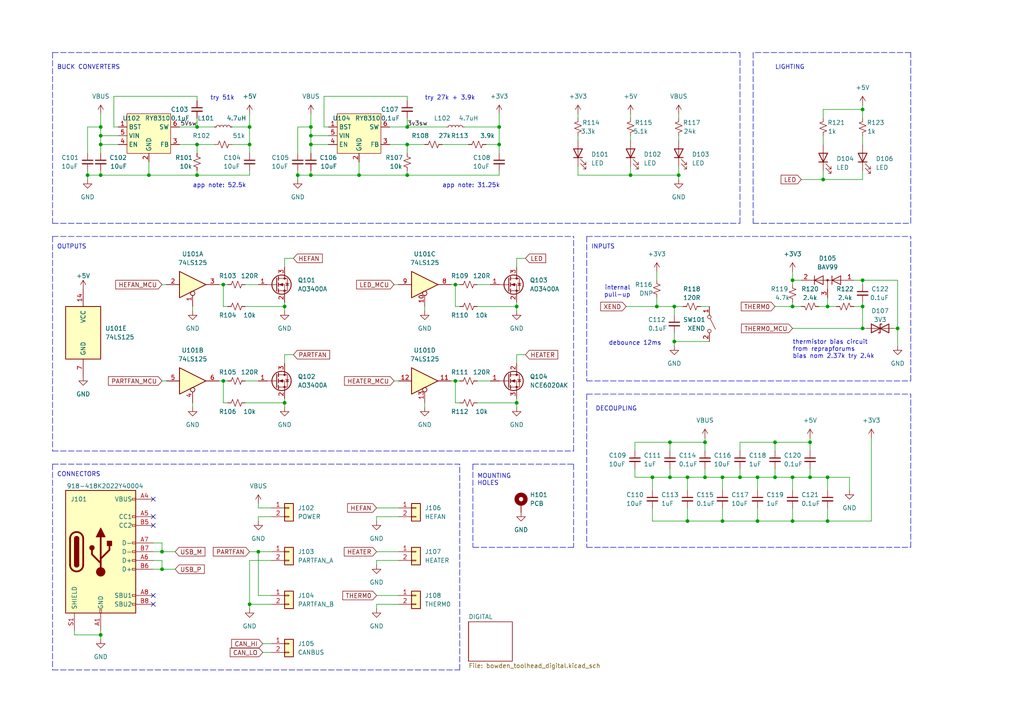
<source format=kicad_sch>
(kicad_sch (version 20211123) (generator eeschema)
  (paper "A4")
  (title_block (title "Bowden Board Analog") (date "2022-11-11") (rev "0.1") (company "matei repair lab"))
  (junction (at 82.55 116.84))
  (junction (at 72.39 36.83))
  (junction (at 29.21 50.8))
  (junction (at 240.03 151.13))
  (junction (at 104.14 50.8))
  (junction (at 29.21 36.83))
  (junction (at 224.79 138.43))
  (junction (at 250.19 31.75))
  (junction (at 182.88 50.8))
  (junction (at 260.35 95.25))
  (junction (at 118.11 36.83))
  (junction (at 144.78 36.83))
  (junction (at 72.39 41.91))
  (junction (at 229.87 81.28))
  (junction (at 144.78 41.91))
  (junction (at 29.21 184.15))
  (junction (at 118.11 50.8))
  (junction (at 90.17 39.37))
  (junction (at 190.5 88.9))
  (junction (at 46.99 160.02))
  (junction (at 204.47 138.43))
  (junction (at 229.87 151.13))
  (junction (at 250.19 88.9))
  (junction (at 195.58 99.06))
  (junction (at 195.58 88.9))
  (junction (at 149.86 88.9))
  (junction (at 194.31 128.27))
  (junction (at 46.99 165.1))
  (junction (at 72.39 175.26))
  (junction (at 194.31 138.43))
  (junction (at 57.15 36.83))
  (junction (at 238.76 52.07))
  (junction (at 229.87 88.9))
  (junction (at 90.17 41.91))
  (junction (at 229.87 138.43))
  (junction (at 250.19 81.28))
  (junction (at 149.86 116.84))
  (junction (at 29.21 39.37))
  (junction (at 240.03 88.9))
  (junction (at 25.4 50.8))
  (junction (at 199.39 151.13))
  (junction (at 224.79 128.27))
  (junction (at 240.03 138.43))
  (junction (at 29.21 41.91))
  (junction (at 132.08 110.49))
  (junction (at 86.36 50.8))
  (junction (at 57.15 41.91))
  (junction (at 132.08 82.55))
  (junction (at 196.85 50.8))
  (junction (at 219.71 138.43))
  (junction (at 234.95 138.43))
  (junction (at 204.47 128.27))
  (junction (at 74.93 160.02))
  (junction (at 199.39 138.43))
  (junction (at 57.15 50.8))
  (junction (at 219.71 151.13))
  (junction (at 64.77 110.49))
  (junction (at 209.55 138.43))
  (junction (at 189.23 138.43))
  (junction (at 43.18 50.8))
  (junction (at 118.11 41.91))
  (junction (at 82.55 88.9))
  (junction (at 234.95 128.27))
  (junction (at 64.77 82.55))
  (junction (at 214.63 138.43))
  (junction (at 250.19 95.25))
  (junction (at 209.55 151.13))
  (junction (at 90.17 36.83))
  (junction (at 90.17 50.8))
  (no_connect (at 44.45 175.26))
  (no_connect (at 44.45 172.72))
  (no_connect (at 44.45 152.4))
  (no_connect (at 44.45 149.86))
  (no_connect (at 44.45 144.78))
  (wire (pts (xy 46.99 110.49) (xy 48.26 110.49)))
  (wire (pts (xy 182.88 39.37) (xy 182.88 40.64)))
  (wire (pts (xy 238.76 31.75) (xy 238.76 34.29)))
  (wire (pts (xy 149.86 102.87) (xy 152.4 102.87)))
  (wire (pts (xy 29.21 49.53) (xy 29.21 50.8)))
  (wire (pts (xy 134.62 36.83) (xy 144.78 36.83)))
  (wire (pts (xy 219.71 138.43) (xy 219.71 142.24)))
  (wire (pts (xy 204.47 128.27) (xy 194.31 128.27)))
  (wire (pts (xy 219.71 147.32) (xy 219.71 151.13)))
  (wire (pts (xy 195.58 88.9) (xy 198.12 88.9)))
  (wire (pts (xy 132.08 82.55) (xy 132.08 88.9)))
  (polyline (pts (xy 15.24 130.81) (xy 166.37 130.81)))
  (polyline (pts (xy 166.37 130.81) (xy 166.37 68.58)))
  (wire (pts (xy 149.86 77.47) (xy 149.86 74.93)))
  (wire (pts (xy 194.31 138.43) (xy 199.39 138.43)))
  (wire (pts (xy 95.25 36.83) (xy 93.98 36.83)))
  (wire (pts (xy 195.58 96.52) (xy 195.58 99.06)))
  (wire (pts (xy 195.58 91.44) (xy 195.58 88.9)))
  (wire (pts (xy 260.35 95.25) (xy 260.35 100.33)))
  (wire (pts (xy 78.74 149.86) (xy 74.93 149.86)))
  (wire (pts (xy 43.18 46.99) (xy 43.18 50.8)))
  (wire (pts (xy 138.43 116.84) (xy 149.86 116.84)))
  (polyline (pts (xy 15.24 194.31) (xy 133.35 194.31)))
  (wire (pts (xy 250.19 49.53) (xy 250.19 52.07)))
  (wire (pts (xy 74.93 147.32) (xy 74.93 146.05)))
  (wire (pts (xy 123.19 90.17) (xy 123.19 88.9)))
  (wire (pts (xy 224.79 135.89) (xy 224.79 138.43)))
  (wire (pts (xy 90.17 39.37) (xy 90.17 41.91)))
  (wire (pts (xy 240.03 151.13) (xy 252.73 151.13)))
  (wire (pts (xy 25.4 36.83) (xy 25.4 44.45)))
  (wire (pts (xy 57.15 50.8) (xy 72.39 50.8)))
  (wire (pts (xy 130.81 110.49) (xy 132.08 110.49)))
  (wire (pts (xy 229.87 87.63) (xy 229.87 88.9)))
  (wire (pts (xy 57.15 41.91) (xy 62.23 41.91)))
  (wire (pts (xy 130.81 82.55) (xy 132.08 82.55)))
  (wire (pts (xy 86.36 50.8) (xy 86.36 52.07)))
  (wire (pts (xy 189.23 138.43) (xy 189.23 142.24)))
  (wire (pts (xy 209.55 138.43) (xy 209.55 142.24)))
  (wire (pts (xy 132.08 110.49) (xy 132.08 116.84)))
  (wire (pts (xy 29.21 36.83) (xy 29.21 39.37)))
  (wire (pts (xy 71.12 88.9) (xy 82.55 88.9)))
  (polyline (pts (xy 133.35 194.31) (xy 133.35 134.62)))
  (wire (pts (xy 82.55 87.63) (xy 82.55 88.9)))
  (wire (pts (xy 72.39 41.91) (xy 72.39 44.45)))
  (wire (pts (xy 194.31 135.89) (xy 194.31 138.43)))
  (wire (pts (xy 224.79 128.27) (xy 214.63 128.27)))
  (wire (pts (xy 251.46 95.25) (xy 250.19 95.25)))
  (wire (pts (xy 90.17 50.8) (xy 104.14 50.8)))
  (wire (pts (xy 132.08 88.9) (xy 133.35 88.9)))
  (polyline (pts (xy 170.18 114.3) (xy 170.18 158.75)))
  (wire (pts (xy 72.39 175.26) (xy 78.74 175.26)))
  (wire (pts (xy 132.08 110.49) (xy 133.35 110.49)))
  (wire (pts (xy 203.2 88.9) (xy 205.74 88.9)))
  (wire (pts (xy 57.15 34.29) (xy 57.15 36.83)))
  (wire (pts (xy 82.55 115.57) (xy 82.55 116.84)))
  (wire (pts (xy 234.95 128.27) (xy 224.79 128.27)))
  (wire (pts (xy 44.45 165.1) (xy 46.99 165.1)))
  (wire (pts (xy 128.27 41.91) (xy 135.89 41.91)))
  (wire (pts (xy 90.17 41.91) (xy 90.17 44.45)))
  (polyline (pts (xy 264.16 110.49) (xy 264.16 68.58)))
  (wire (pts (xy 194.31 128.27) (xy 194.31 130.81)))
  (wire (pts (xy 64.77 82.55) (xy 66.04 82.55)))
  (polyline (pts (xy 15.24 64.77) (xy 214.63 64.77)))
  (wire (pts (xy 72.39 33.02) (xy 72.39 36.83)))
  (wire (pts (xy 64.77 88.9) (xy 66.04 88.9)))
  (wire (pts (xy 240.03 86.36) (xy 240.03 88.9)))
  (wire (pts (xy 214.63 138.43) (xy 219.71 138.43)))
  (wire (pts (xy 195.58 99.06) (xy 205.74 99.06)))
  (wire (pts (xy 250.19 39.37) (xy 250.19 41.91)))
  (wire (pts (xy 57.15 27.94) (xy 57.15 29.21)))
  (wire (pts (xy 250.19 88.9) (xy 250.19 87.63)))
  (wire (pts (xy 82.55 77.47) (xy 82.55 74.93)))
  (polyline (pts (xy 15.24 68.58) (xy 15.24 130.81)))
  (wire (pts (xy 140.97 41.91) (xy 144.78 41.91)))
  (wire (pts (xy 189.23 147.32) (xy 189.23 151.13)))
  (wire (pts (xy 234.95 135.89) (xy 234.95 138.43)))
  (wire (pts (xy 115.57 162.56) (xy 109.22 162.56)))
  (wire (pts (xy 232.41 81.28) (xy 229.87 81.28)))
  (wire (pts (xy 64.77 116.84) (xy 66.04 116.84)))
  (wire (pts (xy 25.4 50.8) (xy 29.21 50.8)))
  (wire (pts (xy 240.03 147.32) (xy 240.03 151.13)))
  (wire (pts (xy 118.11 41.91) (xy 123.19 41.91)))
  (wire (pts (xy 234.95 127) (xy 234.95 128.27)))
  (wire (pts (xy 149.86 116.84) (xy 149.86 118.11)))
  (wire (pts (xy 29.21 39.37) (xy 29.21 41.91)))
  (wire (pts (xy 46.99 82.55) (xy 48.26 82.55)))
  (wire (pts (xy 229.87 81.28) (xy 229.87 82.55)))
  (wire (pts (xy 72.39 50.8) (xy 72.39 49.53)))
  (wire (pts (xy 250.19 88.9) (xy 250.19 95.25)))
  (wire (pts (xy 118.11 50.8) (xy 144.78 50.8)))
  (wire (pts (xy 144.78 36.83) (xy 144.78 41.91)))
  (polyline (pts (xy 15.24 68.58) (xy 166.37 68.58)))
  (wire (pts (xy 144.78 50.8) (xy 144.78 49.53)))
  (wire (pts (xy 21.59 182.88) (xy 21.59 184.15)))
  (wire (pts (xy 123.19 118.11) (xy 123.19 116.84)))
  (wire (pts (xy 57.15 36.83) (xy 62.23 36.83)))
  (wire (pts (xy 71.12 82.55) (xy 74.93 82.55)))
  (wire (pts (xy 29.21 50.8) (xy 43.18 50.8)))
  (polyline (pts (xy 15.24 134.62) (xy 133.35 134.62)))
  (polyline (pts (xy 15.24 15.24) (xy 214.63 15.24)))
  (wire (pts (xy 199.39 151.13) (xy 189.23 151.13)))
  (wire (pts (xy 29.21 184.15) (xy 29.21 185.42)))
  (wire (pts (xy 250.19 31.75) (xy 238.76 31.75)))
  (polyline (pts (xy 166.37 134.62) (xy 166.37 158.75)))
  (wire (pts (xy 29.21 36.83) (xy 25.4 36.83)))
  (wire (pts (xy 240.03 151.13) (xy 229.87 151.13)))
  (wire (pts (xy 238.76 49.53) (xy 238.76 52.07)))
  (wire (pts (xy 33.02 36.83) (xy 33.02 27.94)))
  (wire (pts (xy 167.64 48.26) (xy 167.64 50.8)))
  (polyline (pts (xy 218.44 15.24) (xy 218.44 64.77)))
  (wire (pts (xy 219.71 151.13) (xy 209.55 151.13)))
  (wire (pts (xy 109.22 172.72) (xy 115.57 172.72)))
  (wire (pts (xy 195.58 88.9) (xy 190.5 88.9)))
  (wire (pts (xy 29.21 184.15) (xy 29.21 182.88)))
  (wire (pts (xy 189.23 138.43) (xy 194.31 138.43)))
  (wire (pts (xy 184.15 128.27) (xy 184.15 130.81)))
  (wire (pts (xy 144.78 33.02) (xy 144.78 36.83)))
  (wire (pts (xy 234.95 130.81) (xy 234.95 128.27)))
  (polyline (pts (xy 170.18 68.58) (xy 264.16 68.58)))
  (wire (pts (xy 209.55 138.43) (xy 214.63 138.43)))
  (wire (pts (xy 204.47 128.27) (xy 204.47 127)))
  (wire (pts (xy 224.79 130.81) (xy 224.79 128.27)))
  (wire (pts (xy 25.4 50.8) (xy 25.4 52.07)))
  (wire (pts (xy 167.64 39.37) (xy 167.64 40.64)))
  (wire (pts (xy 93.98 27.94) (xy 118.11 27.94)))
  (wire (pts (xy 44.45 160.02) (xy 46.99 160.02)))
  (wire (pts (xy 232.41 88.9) (xy 229.87 88.9)))
  (wire (pts (xy 219.71 138.43) (xy 224.79 138.43)))
  (wire (pts (xy 199.39 147.32) (xy 199.39 151.13)))
  (wire (pts (xy 232.41 52.07) (xy 238.76 52.07)))
  (wire (pts (xy 71.12 116.84) (xy 82.55 116.84)))
  (wire (pts (xy 229.87 147.32) (xy 229.87 151.13)))
  (wire (pts (xy 64.77 110.49) (xy 66.04 110.49)))
  (wire (pts (xy 196.85 39.37) (xy 196.85 40.64)))
  (wire (pts (xy 109.22 162.56) (xy 109.22 163.83)))
  (wire (pts (xy 29.21 39.37) (xy 34.29 39.37)))
  (wire (pts (xy 195.58 99.06) (xy 195.58 100.33)))
  (polyline (pts (xy 137.16 134.62) (xy 137.16 158.75)))
  (wire (pts (xy 86.36 36.83) (xy 86.36 44.45)))
  (wire (pts (xy 184.15 135.89) (xy 184.15 138.43)))
  (wire (pts (xy 234.95 138.43) (xy 240.03 138.43)))
  (wire (pts (xy 196.85 50.8) (xy 196.85 52.07)))
  (wire (pts (xy 229.87 138.43) (xy 234.95 138.43)))
  (wire (pts (xy 194.31 128.27) (xy 184.15 128.27)))
  (wire (pts (xy 52.07 36.83) (xy 57.15 36.83)))
  (wire (pts (xy 242.57 88.9) (xy 240.03 88.9)))
  (wire (pts (xy 64.77 82.55) (xy 64.77 88.9)))
  (wire (pts (xy 78.74 160.02) (xy 74.93 160.02)))
  (wire (pts (xy 190.5 86.36) (xy 190.5 88.9)))
  (wire (pts (xy 82.55 116.84) (xy 82.55 118.11)))
  (wire (pts (xy 29.21 41.91) (xy 29.21 44.45)))
  (wire (pts (xy 46.99 160.02) (xy 50.8 160.02)))
  (wire (pts (xy 29.21 33.02) (xy 29.21 36.83)))
  (wire (pts (xy 21.59 184.15) (xy 29.21 184.15)))
  (wire (pts (xy 229.87 78.74) (xy 229.87 81.28)))
  (wire (pts (xy 114.3 110.49) (xy 115.57 110.49)))
  (wire (pts (xy 104.14 50.8) (xy 118.11 50.8)))
  (wire (pts (xy 46.99 165.1) (xy 50.8 165.1)))
  (wire (pts (xy 260.35 81.28) (xy 260.35 95.25)))
  (wire (pts (xy 250.19 88.9) (xy 247.65 88.9)))
  (wire (pts (xy 90.17 39.37) (xy 95.25 39.37)))
  (wire (pts (xy 182.88 33.02) (xy 182.88 34.29)))
  (wire (pts (xy 252.73 151.13) (xy 252.73 127)))
  (wire (pts (xy 196.85 33.02) (xy 196.85 34.29)))
  (wire (pts (xy 104.14 46.99) (xy 104.14 50.8)))
  (wire (pts (xy 82.55 102.87) (xy 82.55 105.41)))
  (polyline (pts (xy 15.24 15.24) (xy 15.24 64.77)))
  (wire (pts (xy 72.39 175.26) (xy 72.39 176.53)))
  (wire (pts (xy 250.19 30.48) (xy 250.19 31.75)))
  (polyline (pts (xy 214.63 64.77) (xy 214.63 15.24)))
  (wire (pts (xy 184.15 138.43) (xy 189.23 138.43)))
  (wire (pts (xy 238.76 52.07) (xy 250.19 52.07)))
  (wire (pts (xy 90.17 36.83) (xy 90.17 39.37)))
  (wire (pts (xy 55.88 90.17) (xy 55.88 88.9)))
  (wire (pts (xy 250.19 82.55) (xy 250.19 81.28)))
  (wire (pts (xy 74.93 172.72) (xy 78.74 172.72)))
  (wire (pts (xy 78.74 162.56) (xy 72.39 162.56)))
  (wire (pts (xy 33.02 27.94) (xy 57.15 27.94)))
  (wire (pts (xy 118.11 34.29) (xy 118.11 36.83)))
  (polyline (pts (xy 264.16 15.24) (xy 218.44 15.24)))
  (wire (pts (xy 44.45 157.48) (xy 46.99 157.48)))
  (wire (pts (xy 55.88 118.11) (xy 55.88 116.84)))
  (wire (pts (xy 229.87 138.43) (xy 229.87 142.24)))
  (wire (pts (xy 149.86 102.87) (xy 149.86 105.41)))
  (wire (pts (xy 144.78 41.91) (xy 144.78 44.45)))
  (wire (pts (xy 74.93 149.86) (xy 74.93 151.13)))
  (wire (pts (xy 44.45 162.56) (xy 46.99 162.56)))
  (wire (pts (xy 25.4 49.53) (xy 25.4 50.8)))
  (wire (pts (xy 250.19 31.75) (xy 250.19 34.29)))
  (wire (pts (xy 72.39 36.83) (xy 72.39 41.91)))
  (wire (pts (xy 260.35 95.25) (xy 259.08 95.25)))
  (polyline (pts (xy 166.37 158.75) (xy 137.16 158.75)))
  (wire (pts (xy 149.86 115.57) (xy 149.86 116.84)))
  (wire (pts (xy 57.15 50.8) (xy 57.15 49.53)))
  (wire (pts (xy 67.31 41.91) (xy 72.39 41.91)))
  (wire (pts (xy 182.88 48.26) (xy 182.88 50.8)))
  (polyline (pts (xy 15.24 134.62) (xy 15.24 194.31)))
  (wire (pts (xy 149.86 87.63) (xy 149.86 88.9)))
  (polyline (pts (xy 170.18 110.49) (xy 264.16 110.49)))
  (wire (pts (xy 29.21 41.91) (xy 34.29 41.91)))
  (wire (pts (xy 118.11 44.45) (xy 118.11 41.91)))
  (wire (pts (xy 114.3 82.55) (xy 115.57 82.55)))
  (wire (pts (xy 199.39 138.43) (xy 204.47 138.43)))
  (polyline (pts (xy 137.16 134.62) (xy 166.37 134.62)))
  (wire (pts (xy 82.55 74.93) (xy 85.09 74.93)))
  (wire (pts (xy 52.07 41.91) (xy 57.15 41.91)))
  (wire (pts (xy 250.19 81.28) (xy 247.65 81.28)))
  (wire (pts (xy 250.19 95.25) (xy 229.87 95.25)))
  (wire (pts (xy 240.03 88.9) (xy 237.49 88.9)))
  (wire (pts (xy 132.08 82.55) (xy 133.35 82.55)))
  (wire (pts (xy 109.22 147.32) (xy 115.57 147.32)))
  (wire (pts (xy 199.39 138.43) (xy 199.39 142.24)))
  (wire (pts (xy 190.5 81.28) (xy 190.5 78.74)))
  (wire (pts (xy 229.87 88.9) (xy 224.79 88.9)))
  (wire (pts (xy 167.64 33.02) (xy 167.64 34.29)))
  (wire (pts (xy 209.55 147.32) (xy 209.55 151.13)))
  (wire (pts (xy 109.22 149.86) (xy 109.22 151.13)))
  (wire (pts (xy 118.11 50.8) (xy 118.11 49.53)))
  (wire (pts (xy 167.64 50.8) (xy 182.88 50.8)))
  (wire (pts (xy 90.17 36.83) (xy 86.36 36.83)))
  (wire (pts (xy 138.43 110.49) (xy 142.24 110.49)))
  (wire (pts (xy 138.43 88.9) (xy 149.86 88.9)))
  (polyline (pts (xy 264.16 158.75) (xy 264.16 114.3)))
  (wire (pts (xy 109.22 175.26) (xy 109.22 176.53)))
  (polyline (pts (xy 170.18 114.3) (xy 264.16 114.3)))
  (wire (pts (xy 132.08 116.84) (xy 133.35 116.84)))
  (wire (pts (xy 238.76 39.37) (xy 238.76 41.91)))
  (wire (pts (xy 82.55 88.9) (xy 82.55 90.17)))
  (wire (pts (xy 46.99 162.56) (xy 46.99 165.1)))
  (wire (pts (xy 115.57 175.26) (xy 109.22 175.26)))
  (wire (pts (xy 34.29 36.83) (xy 33.02 36.83)))
  (wire (pts (xy 118.11 27.94) (xy 118.11 29.21)))
  (wire (pts (xy 90.17 33.02) (xy 90.17 36.83)))
  (wire (pts (xy 229.87 151.13) (xy 219.71 151.13)))
  (wire (pts (xy 204.47 130.81) (xy 204.47 128.27)))
  (wire (pts (xy 240.03 138.43) (xy 240.03 142.24)))
  (wire (pts (xy 57.15 44.45) (xy 57.15 41.91)))
  (wire (pts (xy 93.98 36.83) (xy 93.98 27.94)))
  (wire (pts (xy 149.86 74.93) (xy 152.4 74.93)))
  (wire (pts (xy 196.85 48.26) (xy 196.85 50.8)))
  (wire (pts (xy 149.86 88.9) (xy 149.86 90.17)))
  (wire (pts (xy 63.5 110.49) (xy 64.77 110.49)))
  (wire (pts (xy 240.03 138.43) (xy 246.38 138.43)))
  (wire (pts (xy 86.36 50.8) (xy 90.17 50.8)))
  (wire (pts (xy 43.18 50.8) (xy 57.15 50.8)))
  (wire (pts (xy 72.39 162.56) (xy 72.39 175.26)))
  (wire (pts (xy 181.61 88.9) (xy 190.5 88.9)))
  (polyline (pts (xy 218.44 64.77) (xy 264.16 64.77)))
  (wire (pts (xy 72.39 160.02) (xy 74.93 160.02)))
  (wire (pts (xy 204.47 138.43) (xy 209.55 138.43)))
  (wire (pts (xy 115.57 149.86) (xy 109.22 149.86)))
  (wire (pts (xy 182.88 50.8) (xy 196.85 50.8)))
  (wire (pts (xy 64.77 110.49) (xy 64.77 116.84)))
  (wire (pts (xy 209.55 151.13) (xy 199.39 151.13)))
  (wire (pts (xy 71.12 110.49) (xy 74.93 110.49)))
  (wire (pts (xy 67.31 36.83) (xy 72.39 36.83)))
  (wire (pts (xy 109.22 160.02) (xy 115.57 160.02)))
  (wire (pts (xy 214.63 135.89) (xy 214.63 138.43)))
  (wire (pts (xy 118.11 36.83) (xy 129.54 36.83)))
  (wire (pts (xy 138.43 82.55) (xy 142.24 82.55)))
  (polyline (pts (xy 170.18 158.75) (xy 264.16 158.75)))
  (wire (pts (xy 74.93 160.02) (xy 74.93 172.72)))
  (wire (pts (xy 246.38 138.43) (xy 246.38 142.24)))
  (wire (pts (xy 86.36 49.53) (xy 86.36 50.8)))
  (polyline (pts (xy 264.16 64.77) (xy 264.16 15.24)))
  (polyline (pts (xy 170.18 68.58) (xy 170.18 110.49)))
  (wire (pts (xy 76.2 186.69) (xy 78.74 186.69)))
  (wire (pts (xy 63.5 82.55) (xy 64.77 82.55)))
  (wire (pts (xy 113.03 41.91) (xy 118.11 41.91)))
  (wire (pts (xy 204.47 135.89) (xy 204.47 138.43)))
  (wire (pts (xy 90.17 49.53) (xy 90.17 50.8)))
  (wire (pts (xy 214.63 128.27) (xy 214.63 130.81)))
  (wire (pts (xy 224.79 138.43) (xy 229.87 138.43)))
  (wire (pts (xy 78.74 147.32) (xy 74.93 147.32)))
  (wire (pts (xy 250.19 81.28) (xy 260.35 81.28)))
  (wire (pts (xy 90.17 41.91) (xy 95.25 41.91)))
  (wire (pts (xy 113.03 36.83) (xy 118.11 36.83)))
  (wire (pts (xy 46.99 157.48) (xy 46.99 160.02)))
  (wire (pts (xy 76.2 189.23) (xy 78.74 189.23)))
  (wire (pts (xy 82.55 102.87) (xy 85.09 102.87)))
  (text "app note: 31.25k" (at 128.27 54.61 0) (effects (font (size 1.27 1.27)) (justify left bottom)))
  (text "app note: 52.5k\n" (at 55.88 54.61 0) (effects (font (size 1.27 1.27)) (justify left bottom)))
  (text "OUTPUTS\n" (at 16.51 72.39 0) (effects (font (size 1.27 1.27)) (justify left bottom)))
  (text "thermistor bias circuit\nfrom reprapforums\nbias nom 2.37k try 2.4k" (at 229.87 104.14 0) (effects (font (size 1.27 1.27)) (justify left bottom)))
  (text "try 51k" (at 60.96 29.21 0) (effects (font (size 1.27 1.27)) (justify left bottom)))
  (text "debounce 12ms" (at 176.53 100.33 0) (effects (font (size 1.27 1.27)) (justify left bottom)))
  (text "try 27k + 3.9k" (at 123.19 29.21 0) (effects (font (size 1.27 1.27)) (justify left bottom)))
  (text "internal\npull-up" (at 182.88 86.36 180) (effects (font (size 1.27 1.27)) (justify right bottom)))
  (text "CONNECTORS" (at 16.51 138.43 0) (effects (font (size 1.27 1.27)) (justify left bottom)))
  (text "INPUTS" (at 171.45 72.39 0) (effects (font (size 1.27 1.27)) (justify left bottom)))
  (text "BUCK CONVERTERS" (at 16.51 20.32 0) (effects (font (size 1.27 1.27)) (justify left bottom)))
  (text "DECOUPLING" (at 172.72 119.38 0) (effects (font (size 1.27 1.27)) (justify left bottom)))
  (text "MOUNTING\nHOLES" (at 138.43 140.97 0) (effects (font (size 1.27 1.27)) (justify left bottom)))
  (text "LIGHTING" (at 224.79 20.32 0) (effects (font (size 1.27 1.27)) (justify left bottom)))
  (label "5Vsw" (at 57.15 36.83 180))
  (label "3v3sw" (at 118.11 36.83 0))
  (global_label "USB_M" (shape input) (at 50.8 160.02 0) (property "Intersheet References" "${INTERSHEET_REFS}" (effects hide)))
  (global_label "HEATER" (shape input) (at 152.4 102.87 0) (property "Intersheet References" "${INTERSHEET_REFS}" (effects hide)))
  (global_label "HEATER_MCU" (shape input) (at 114.3 110.49 180) (property "Intersheet References" "${INTERSHEET_REFS}" (effects hide)))
  (global_label "LED_MCU" (shape input) (at 114.3 82.55 180) (property "Intersheet References" "${INTERSHEET_REFS}" (effects hide)))
  (global_label "THERM0" (shape input) (at 109.22 172.72 180) (property "Intersheet References" "${INTERSHEET_REFS}" (effects hide)))
  (global_label "HEFAN" (shape input) (at 85.09 74.93 0) (property "Intersheet References" "${INTERSHEET_REFS}" (effects hide)))
  (global_label "PARTFAN" (shape input) (at 72.39 160.02 180) (property "Intersheet References" "${INTERSHEET_REFS}" (effects hide)))
  (global_label "XEND" (shape input) (at 181.61 88.9 180) (property "Intersheet References" "${INTERSHEET_REFS}" (effects hide)))
  (global_label "CAN_HI" (shape input) (at 76.2 186.69 180) (property "Intersheet References" "${INTERSHEET_REFS}" (effects hide)))
  (global_label "PARTFAN_MCU" (shape input) (at 46.99 110.49 180) (property "Intersheet References" "${INTERSHEET_REFS}" (effects hide)))
  (global_label "LED" (shape input) (at 152.4 74.93 0) (property "Intersheet References" "${INTERSHEET_REFS}" (effects hide)))
  (global_label "THERM0_MCU" (shape input) (at 229.87 95.25 180) (property "Intersheet References" "${INTERSHEET_REFS}" (effects hide)))
  (global_label "PARTFAN" (shape input) (at 85.09 102.87 0) (property "Intersheet References" "${INTERSHEET_REFS}" (effects hide)))
  (global_label "HEATER" (shape input) (at 109.22 160.02 180) (property "Intersheet References" "${INTERSHEET_REFS}" (effects hide)))
  (global_label "CAN_LO" (shape input) (at 76.2 189.23 180) (property "Intersheet References" "${INTERSHEET_REFS}" (effects hide)))
  (global_label "THERM0" (shape input) (at 224.79 88.9 180) (property "Intersheet References" "${INTERSHEET_REFS}" (effects hide)))
  (global_label "USB_P" (shape input) (at 50.8 165.1 0) (property "Intersheet References" "${INTERSHEET_REFS}" (effects hide)))
  (global_label "HEFAN_MCU" (shape input) (at 46.99 82.55 180) (property "Intersheet References" "${INTERSHEET_REFS}" (effects hide)))
  (global_label "HEFAN" (shape input) (at 109.22 147.32 180) (property "Intersheet References" "${INTERSHEET_REFS}" (effects hide)))
  (global_label "LED" (shape input) (at 232.41 52.07 180) (property "Intersheet References" "${INTERSHEET_REFS}" (effects hide)))
  (symbol (lib_id "Device:C_Small") (at 219.71 144.78 0) (mirror y) (unit 1)
    (property "Reference" "C117" (at 212.09 143.51 0) (effects (justify right)))
    (property "Value" "10uF" (at 212.09 146.05 0) (effects (justify right)))
    (property "Footprint" "Capacitor_SMD:C_0603_1608Metric" (effects hide))
  )
  (symbol (lib_id "Device:C_Small") (at 214.63 133.35 0) (mirror y) (unit 1)
    (property "Reference" "C116" (at 207.01 132.08 0) (effects (justify right)))
    (property "Value" "10uF" (at 207.01 134.62 0) (effects (justify right)))
    (property "Footprint" "Capacitor_SMD:C_0603_1608Metric" (effects hide))
  )
  (symbol (lib_id "Device:C_Small") (at 194.31 133.35 0) (mirror y) (unit 1)
    (property "Reference" "C111" (at 186.69 132.08 0) (effects (justify right)))
    (property "Value" "1uF" (at 186.69 134.62 0) (effects (justify right)))
    (property "Footprint" "Capacitor_SMD:C_0402_1005Metric" (effects hide))
  )
  (symbol (lib_id "Device:L_Small") (at 132.08 36.83 90) (unit 1)
    (property "Reference" "L102" (at 128.27 34.29 90))
    (property "Value" "4.7uH" (at 135.89 34.29 90))
    (property "Footprint" "Inductor_SMD:L_Taiyo-Yuden_NR-30xx" (effects hide))
  )
  (symbol (lib_id "Device:LED") (at 238.76 45.72 90) (unit 1)
    (property "Reference" "D104" (at 242.57 46.0374 90) (effects (justify right)))
    (property "Value" "LED" (at 242.57 48.5774 90) (effects (justify right)))
    (property "Footprint" "LED_SMD:LED_0805_2012Metric" (effects hide))
  )
  (symbol (lib_id "Device:R_Small_US") (at 238.76 36.83 0) (mirror y) (unit 1)
    (property "Reference" "R121" (at 245.11 35.56 0) (effects (justify left)))
    (property "Value" "1k" (at 242.57 38.1 0) (effects (justify left)))
    (property "Footprint" "Resistor_SMD:R_0402_1005Metric" (effects hide))
  )
  (symbol (lib_id "power:GND") (at 82.55 90.17 0) (mirror y) (unit 1)
    (property "Reference" "#PWR0112" (effects hide))
    (property "Value" "GND" (at 82.55 95.25 0))
  )
  (symbol (lib_id "power:+3V3") (at 252.73 127 0) (mirror y) (unit 1)
    (property "Reference" "#PWR0136" (effects hide))
    (property "Value" "+3V3" (at 252.73 121.92 0))
  )
  (symbol (lib_id "Device:R_Small_US") (at 68.58 88.9 90) (unit 1)
    (property "Reference" "R104" (at 66.04 91.44 90))
    (property "Value" "10k" (at 72.39 91.44 90))
    (property "Footprint" "Resistor_SMD:R_0402_1005Metric" (effects hide))
  )
  (symbol (lib_id "power:+5V") (at 182.88 33.02 0) (unit 1)
    (property "Reference" "#PWR0126" (effects hide))
    (property "Value" "+5V" (at 182.88 27.94 0))
  )
  (symbol (lib_id "Connector_Generic:Conn_01x02") (at 83.82 160.02 0) (unit 1)
    (property "Reference" "J103" (at 86.36 160.0199 0) (effects (justify left)))
    (property "Value" "PARTFAN_A" (at 86.36 162.5599 0) (effects (justify left)))
    (property "Footprint" "Connector_JST:JST_XH_B2B-XH-AM_1x02_P2.50mm_Vertical" (effects hide))
  )
  (symbol (lib_id "power:GND") (at 72.39 176.53 0) (unit 1)
    (property "Reference" "#PWR0109" (effects hide))
    (property "Value" "GND" (at 72.39 181.61 0))
  )
  (symbol (lib_id "power:+3V3") (at 190.5 78.74 0) (mirror y) (unit 1)
    (property "Reference" "#PWR0127" (effects hide))
    (property "Value" "+3V3" (at 190.5 73.66 0))
  )
  (symbol (lib_id "Device:R_Small_US") (at 68.58 82.55 90) (unit 1)
    (property "Reference" "R103" (at 66.04 80.01 90))
    (property "Value" "120R" (at 72.39 80.01 90))
    (property "Footprint" "Resistor_SMD:R_0402_1005Metric" (effects hide))
  )
  (symbol (lib_id "power:GND") (at 109.22 176.53 0) (unit 1)
    (property "Reference" "#PWR0118" (effects hide))
    (property "Value" "GND" (at 109.22 181.61 0))
  )
  (symbol (lib_id "Device:C_Small") (at 250.19 85.09 0) (unit 1)
    (property "Reference" "C122" (at 257.81 83.82 0) (effects (justify right)))
    (property "Value" "0.1uF" (at 257.81 86.36 0) (effects (justify right)))
    (property "Footprint" "Capacitor_SMD:C_0402_1005Metric" (effects hide))
  )
  (symbol (lib_id "Device:R_Small_US") (at 68.58 110.49 90) (unit 1)
    (property "Reference" "R105" (at 66.04 107.95 90))
    (property "Value" "120R" (at 72.39 107.95 90))
    (property "Footprint" "Resistor_SMD:R_0402_1005Metric" (effects hide))
  )
  (symbol (lib_id "power:GND") (at 25.4 52.07 0) (mirror y) (unit 1)
    (property "Reference" "#PWR0103" (effects hide))
    (property "Value" "GND" (at 25.4 57.15 0))
  )
  (symbol (lib_id "Device:R_Small_US") (at 138.43 41.91 90) (unit 1)
    (property "Reference" "R113" (at 135.89 39.37 90) (effects (justify left)))
    (property "Value" "3.9k" (at 143.51 39.37 90) (effects (justify left)))
    (property "Footprint" "Resistor_SMD:R_0402_1005Metric" (effects hide))
  )
  (symbol (lib_id "power:+3V3") (at 144.78 33.02 0) (unit 1)
    (property "Reference" "#PWR0121" (effects hide))
    (property "Value" "+3V3" (at 144.78 27.94 0))
  )
  (symbol (lib_id "Device:R_Small_US") (at 135.89 88.9 90) (unit 1)
    (property "Reference" "R110" (at 133.35 91.44 90))
    (property "Value" "10k" (at 139.7 91.44 90))
    (property "Footprint" "Resistor_SMD:R_0402_1005Metric" (effects hide))
  )
  (symbol (lib_id "Device:C_Small") (at 240.03 144.78 0) (mirror y) (unit 1)
    (property "Reference" "C121" (at 232.41 143.51 0) (effects (justify right)))
    (property "Value" "0.1uF" (at 232.41 146.05 0) (effects (justify right)))
    (property "Footprint" "Capacitor_SMD:C_0402_1005Metric" (effects hide))
  )
  (symbol (lib_id "Device:R_Small_US") (at 68.58 116.84 90) (unit 1)
    (property "Reference" "R106" (at 66.04 119.38 90))
    (property "Value" "10k" (at 72.39 119.38 90))
    (property "Footprint" "Resistor_SMD:R_0402_1005Metric" (effects hide))
  )
  (symbol (lib_id "74xx:74LS125") (at 24.13 96.52 0) (unit 5)
    (property "Reference" "U101" (at 30.48 95.2499 0) (effects (justify left)))
    (property "Value" "74LS125" (at 30.48 97.7899 0) (effects (justify left)))
    (property "Footprint" "Package_SO:SOIC-14_3.9x8.7mm_P1.27mm" (effects hide))
    (property "Datasheet" "http://www.ti.com/lit/gpn/sn74LS125" (effects hide))
  )
  (symbol (lib_id "Device:R_Small_US") (at 135.89 110.49 90) (unit 1)
    (property "Reference" "R111" (at 133.35 107.95 90))
    (property "Value" "120R" (at 139.7 107.95 90))
    (property "Footprint" "Resistor_SMD:R_0402_1005Metric" (effects hide))
  )
  (symbol (lib_id "Connector_Generic:Conn_01x02") (at 120.65 172.72 0) (unit 1)
    (property "Reference" "J108" (at 123.19 172.7199 0) (effects (justify left)))
    (property "Value" "THERM0" (at 123.19 175.2599 0) (effects (justify left)))
    (property "Footprint" "Connector_JST:JST_XH_B2B-XH-AM_1x02_P2.50mm_Vertical" (effects hide))
  )
  (symbol (lib_id "power:VBUS") (at 29.21 33.02 0) (unit 1)
    (property "Reference" "#PWR0104" (effects hide))
    (property "Value" "VBUS" (at 29.21 27.94 0))
  )
  (symbol (lib_id "Device:R_Small_US") (at 57.15 46.99 0) (unit 1)
    (property "Reference" "R101" (at 50.8 45.72 0) (effects (justify left)))
    (property "Value" "10k" (at 52.07 48.26 0) (effects (justify left)))
    (property "Footprint" "Resistor_SMD:R_0402_1005Metric" (effects hide))
  )
  (symbol (lib_id "Device:LED") (at 182.88 44.45 90) (unit 1)
    (property "Reference" "D102" (at 186.69 44.7674 90) (effects (justify right)))
    (property "Value" "LED" (at 186.69 47.3074 90) (effects (justify right)))
    (property "Footprint" "LED_SMD:LED_0603_1608Metric" (effects hide))
  )
  (symbol (lib_id "power:GND") (at 109.22 151.13 0) (unit 1)
    (property "Reference" "#PWR0116" (effects hide))
    (property "Value" "GND" (at 109.22 156.21 0))
  )
  (symbol (lib_id "power:GND") (at 246.38 142.24 0) (mirror y) (unit 1)
    (property "Reference" "#PWR0134" (effects hide))
    (property "Value" "GND" (at 246.38 147.32 0))
  )
  (symbol (lib_id "power:GND") (at 149.86 118.11 0) (mirror y) (unit 1)
    (property "Reference" "#PWR0123" (effects hide))
    (property "Value" "GND" (at 149.86 123.19 0))
  )
  (symbol (lib_id "power:GND") (at 82.55 118.11 0) (mirror y) (unit 1)
    (property "Reference" "#PWR0113" (effects hide))
    (property "Value" "GND" (at 82.55 123.19 0))
  )
  (symbol (lib_id "Device:C_Small") (at 25.4 46.99 0) (mirror y) (unit 1)
    (property "Reference" "C101" (at 17.78 45.72 0) (effects (justify right)))
    (property "Value" "10uF" (at 17.78 48.26 0) (effects (justify right)))
    (property "Footprint" "Capacitor_SMD:C_0603_1608Metric" (effects hide))
  )
  (symbol (lib_id "power:VBUS") (at 90.17 33.02 0) (unit 1)
    (property "Reference" "#PWR0115" (effects hide))
    (property "Value" "VBUS" (at 90.17 27.94 0))
  )
  (symbol (lib_id "Switch:SW_SPST") (at 205.74 93.98 270) (unit 1)
    (property "Reference" "SW101" (at 198.12 92.71 90) (effects (justify left)))
    (property "Value" "XEND" (at 199.39 95.25 90) (effects (justify left)))
    (property "Footprint" "matei:D3SH-boss" (effects hide))
  )
  (symbol (lib_id "Device:R_Small_US") (at 200.66 88.9 90) (unit 1)
    (property "Reference" "R118" (at 200.66 83.82 90))
    (property "Value" "120R" (at 200.66 86.36 90))
    (property "Footprint" "Resistor_SMD:R_0402_1005Metric" (effects hide))
  )
  (symbol (lib_id "Device:R_Small_US") (at 64.77 41.91 90) (unit 1)
    (property "Reference" "R102" (at 60.96 39.37 90) (effects (justify left)))
    (property "Value" "51k" (at 71.12 39.37 90) (effects (justify left)))
    (property "Footprint" "Resistor_SMD:R_0402_1005Metric" (effects hide))
  )
  (symbol (lib_id "Device:C_Small") (at 199.39 144.78 0) (mirror y) (unit 1)
    (property "Reference" "C113" (at 191.77 143.51 0) (effects (justify right)))
    (property "Value" "1uF" (at 191.77 146.05 0) (effects (justify right)))
    (property "Footprint" "Capacitor_SMD:C_0402_1005Metric" (effects hide))
  )
  (symbol (lib_id "Device:Q_NMOS_GSD") (at 80.01 82.55 0) (unit 1)
    (property "Reference" "Q101" (at 86.36 81.2799 0) (effects (justify left)))
    (property "Value" "AO3400A" (at 86.36 83.8199 0) (effects (justify left)))
    (property "Footprint" "Package_TO_SOT_SMD:SOT-23" (effects hide))
  )
  (symbol (lib_id "power:GND") (at 55.88 90.17 0) (mirror y) (unit 1)
    (property "Reference" "#PWR0106" (effects hide))
    (property "Value" "GND" (at 55.88 95.25 0))
  )
  (symbol (lib_id "power:GND") (at 123.19 118.11 0) (mirror y) (unit 1)
    (property "Reference" "#PWR0120" (effects hide))
    (property "Value" "GND" (at 123.19 123.19 0))
  )
  (symbol (lib_id "Device:C_Small") (at 234.95 133.35 0) (mirror y) (unit 1)
    (property "Reference" "C120" (at 227.33 132.08 0) (effects (justify right)))
    (property "Value" "0.1uF" (at 227.33 134.62 0) (effects (justify right)))
    (property "Footprint" "Capacitor_SMD:C_0402_1005Metric" (effects hide))
  )
  (symbol (lib_id "power:GND") (at 195.58 100.33 0) (mirror y) (unit 1)
    (property "Reference" "#PWR0128" (effects hide))
    (property "Value" "GND" (at 195.58 105.41 0))
  )
  (symbol (lib_id "Device:Q_NMOS_GSD") (at 147.32 82.55 0) (unit 1)
    (property "Reference" "Q103" (at 153.67 81.2799 0) (effects (justify left)))
    (property "Value" "AO3400A" (at 153.67 83.8199 0) (effects (justify left)))
    (property "Footprint" "Package_TO_SOT_SMD:SOT-23" (effects hide))
  )
  (symbol (lib_id "Device:R_Small_US") (at 229.87 85.09 0) (unit 1)
    (property "Reference" "R119" (at 223.52 83.82 0) (effects (justify left)))
    (property "Value" "4.7k" (at 224.79 86.36 0) (effects (justify left)))
    (property "Footprint" "Resistor_SMD:R_0402_1005Metric" (effects hide))
  )
  (symbol (lib_id "Device:C_Small") (at 189.23 144.78 0) (mirror y) (unit 1)
    (property "Reference" "C110" (at 181.61 143.51 0) (effects (justify right)))
    (property "Value" "10uF" (at 181.61 146.05 0) (effects (justify right)))
    (property "Footprint" "Capacitor_SMD:C_0603_1608Metric" (effects hide))
  )
  (symbol (lib_id "power:+5V") (at 234.95 127 0) (unit 1)
    (property "Reference" "#PWR0133" (effects hide))
    (property "Value" "+5V" (at 234.95 121.92 0))
  )
  (symbol (lib_id "Connector_Generic:Conn_01x02") (at 83.82 186.69 0) (unit 1)
    (property "Reference" "J105" (at 86.36 186.6899 0) (effects (justify left)))
    (property "Value" "CANBUS" (at 86.36 189.2299 0) (effects (justify left)))
    (property "Footprint" "Connector_JST:JST_XH_B2B-XH-AM_1x02_P2.50mm_Vertical" (effects hide))
  )
  (symbol (lib_id "74xx:74LS125") (at 55.88 110.49 0) (unit 2)
    (property "Reference" "U101" (at 55.88 101.6 0))
    (property "Value" "74LS125" (at 55.88 104.14 0))
    (property "Footprint" "Package_SO:SOIC-14_3.9x8.7mm_P1.27mm" (effects hide))
    (property "Datasheet" "http://www.ti.com/lit/gpn/sn74LS125" (effects hide))
  )
  (symbol (lib_id "power:GND") (at 151.13 148.59 0) (unit 1)
    (property "Reference" "#PWR0124" (effects hide))
    (property "Value" "GND" (at 151.13 153.67 0))
  )
  (symbol (lib_id "Device:C_Small") (at 57.15 31.75 0) (mirror y) (unit 1)
    (property "Reference" "C103" (at 49.53 31.75 0) (effects (justify right)))
    (property "Value" "0.1uF" (at 49.53 34.29 0) (effects (justify right)))
    (property "Footprint" "Capacitor_SMD:C_0402_1005Metric" (effects hide))
  )
  (symbol (lib_id "power:VBUS") (at 204.47 127 0) (unit 1)
    (property "Reference" "#PWR0131" (effects hide))
    (property "Value" "VBUS" (at 204.47 121.92 0))
  )
  (symbol (lib_id "Device:R_Small_US") (at 190.5 83.82 0) (unit 1)
    (property "Reference" "R116" (at 184.15 82.55 0) (effects (justify left)))
    (property "Value" "DNP" (at 185.42 85.09 0) (effects (justify left)))
    (property "Footprint" "Resistor_SMD:R_0402_1005Metric" (effects hide))
  )
  (symbol (lib_id "Device:R_Small_US") (at 245.11 88.9 270) (mirror x) (unit 1)
    (property "Reference" "R122" (at 245.11 83.82 90))
    (property "Value" "2.4k" (at 245.11 86.36 90))
    (property "Footprint" "Resistor_SMD:R_0402_1005Metric" (effects hide))
  )
  (symbol (lib_id "Device:C_Small") (at 118.11 31.75 0) (mirror y) (unit 1)
    (property "Reference" "C107" (at 110.49 31.75 0) (effects (justify right)))
    (property "Value" "0.1uF" (at 110.49 34.29 0) (effects (justify right)))
    (property "Footprint" "Capacitor_SMD:C_0402_1005Metric" (effects hide))
  )
  (symbol (lib_id "Device:R_Small_US") (at 167.64 36.83 0) (mirror y) (unit 1)
    (property "Reference" "R114" (at 173.99 35.56 0) (effects (justify left)))
    (property "Value" "3.3k" (at 172.72 38.1 0) (effects (justify left)))
    (property "Footprint" "Resistor_SMD:R_0402_1005Metric" (effects hide))
  )
  (symbol (lib_id "power:VBUS") (at 196.85 33.02 0) (unit 1)
    (property "Reference" "#PWR0129" (effects hide))
    (property "Value" "VBUS" (at 196.85 27.94 0))
  )
  (symbol (lib_id "Device:C_Small") (at 184.15 133.35 0) (mirror y) (unit 1)
    (property "Reference" "C109" (at 176.53 132.08 0) (effects (justify right)))
    (property "Value" "10uF" (at 176.53 134.62 0) (effects (justify right)))
    (property "Footprint" "Capacitor_SMD:C_0603_1608Metric" (effects hide))
  )
  (symbol (lib_id "Device:R_Small_US") (at 250.19 36.83 0) (mirror y) (unit 1)
    (property "Reference" "R123" (at 256.54 35.56 0) (effects (justify left)))
    (property "Value" "1k" (at 254 38.1 0) (effects (justify left)))
    (property "Footprint" "Resistor_SMD:R_0402_1005Metric" (effects hide))
  )
  (symbol (lib_id "power:GND") (at 260.35 100.33 0) (unit 1)
    (property "Reference" "#PWR0137" (effects hide))
    (property "Value" "GND" (at 260.35 105.41 0))
  )
  (symbol (lib_id "Connector_Generic:Conn_01x02") (at 120.65 147.32 0) (unit 1)
    (property "Reference" "J106" (at 123.19 147.3199 0) (effects (justify left)))
    (property "Value" "HEFAN" (at 123.19 149.8599 0) (effects (justify left)))
    (property "Footprint" "Connector_JST:JST_XH_B2B-XH-AM_1x02_P2.50mm_Vertical" (effects hide))
  )
  (symbol (lib_id "power:GND") (at 74.93 151.13 0) (unit 1)
    (property "Reference" "#PWR0111" (effects hide))
    (property "Value" "GND" (at 74.93 156.21 0))
  )
  (symbol (lib_id "Device:Q_NMOS_GSD") (at 80.01 110.49 0) (unit 1)
    (property "Reference" "Q102" (at 86.36 109.22 0) (effects (justify left)))
    (property "Value" "AO3400A" (at 86.36 111.76 0) (effects (justify left)))
    (property "Footprint" "Package_TO_SOT_SMD:SOT-23" (effects hide))
  )
  (symbol (lib_id "Connector:USB_C_Receptacle_USB2.0") (at 29.21 160.02 0) (unit 1)
    (property "Reference" "J101" (at 22.86 144.78 0))
    (property "Value" "918-418K2022Y40004" (at 30.48 140.97 0))
    (property "Footprint" "matei:918-418K2022Y40004" (effects hide))
    (property "Datasheet" "https://www.usb.org/sites/default/files/documents/usb_type-c.zip" (effects hide))
  )
  (symbol (lib_id "power:GND") (at 55.88 118.11 0) (mirror y) (unit 1)
    (property "Reference" "#PWR0107" (effects hide))
    (property "Value" "GND" (at 55.88 123.19 0))
  )
  (symbol (lib_id "Device:Q_NMOS_GDS") (at 147.32 110.49 0) (unit 1)
    (property "Reference" "Q104" (at 153.67 109.2199 0) (effects (justify left)))
    (property "Value" "NCE6020AK" (at 153.67 111.7599 0) (effects (justify left)))
    (property "Footprint" "Package_TO_SOT_SMD:TO-252-3_TabPin2" (effects hide))
  )
  (symbol (lib_id "Device:R_Small_US") (at 234.95 88.9 270) (mirror x) (unit 1)
    (property "Reference" "R120" (at 234.95 83.82 90))
    (property "Value" "2.4k" (at 234.95 86.36 90))
    (property "Footprint" "Resistor_SMD:R_0402_1005Metric" (effects hide))
  )
  (symbol (lib_id "Device:D_TVS") (at 255.27 95.25 0) (unit 1)
    (property "Reference" "D107" (at 255.27 90.17 0))
    (property "Value" "3V3" (at 255.27 92.71 0))
    (property "Footprint" "Package_TO_SOT_SMD:SOT-23" (effects hide))
  )
  (symbol (lib_id "Device:R_Small_US") (at 125.73 41.91 90) (unit 1)
    (property "Reference" "R108" (at 124.46 39.37 90) (effects (justify left)))
    (property "Value" "27k" (at 130.81 39.37 90) (effects (justify left)))
    (property "Footprint" "Resistor_SMD:R_0402_1005Metric" (effects hide))
  )
  (symbol (lib_id "Device:LED") (at 250.19 45.72 90) (unit 1)
    (property "Reference" "D106" (at 254 46.0374 90) (effects (justify right)))
    (property "Value" "LED" (at 254 48.5774 90) (effects (justify right)))
    (property "Footprint" "LED_SMD:LED_0805_2012Metric" (effects hide))
  )
  (symbol (lib_id "power:GND") (at 123.19 90.17 0) (mirror y) (unit 1)
    (property "Reference" "#PWR0119" (effects hide))
    (property "Value" "GND" (at 123.19 95.25 0))
  )
  (symbol (lib_id "power:GND") (at 109.22 163.83 0) (unit 1)
    (property "Reference" "#PWR0117" (effects hide))
    (property "Value" "GND" (at 109.22 168.91 0))
  )
  (symbol (lib_id "power:VBUS") (at 74.93 146.05 0) (unit 1)
    (property "Reference" "#PWR0110" (effects hide))
    (property "Value" "VBUS" (at 74.93 140.97 0))
  )
  (symbol (lib_id "Device:R_Small_US") (at 182.88 36.83 0) (mirror y) (unit 1)
    (property "Reference" "R115" (at 189.23 35.56 0) (effects (justify left)))
    (property "Value" "5.1k" (at 187.96 38.1 0) (effects (justify left)))
    (property "Footprint" "Resistor_SMD:R_0402_1005Metric" (effects hide))
  )
  (symbol (lib_id "power:GND") (at 86.36 52.07 0) (mirror y) (unit 1)
    (property "Reference" "#PWR0114" (effects hide))
    (property "Value" "GND" (at 86.36 57.15 0))
  )
  (symbol (lib_id "power:+3V3") (at 229.87 78.74 0) (unit 1)
    (property "Reference" "#PWR0132" (effects hide))
    (property "Value" "+3V3" (at 229.87 73.66 0))
  )
  (symbol (lib_id "Device:LED") (at 167.64 44.45 90) (unit 1)
    (property "Reference" "D101" (at 171.45 44.7674 90) (effects (justify right)))
    (property "Value" "LED" (at 171.45 47.3074 90) (effects (justify right)))
    (property "Footprint" "LED_SMD:LED_0603_1608Metric" (effects hide))
  )
  (symbol (lib_id "Diode:BAV99") (at 240.03 81.28 0) (mirror y) (unit 1)
    (property "Reference" "D105" (at 240.03 74.93 0))
    (property "Value" "BAV99" (at 240.03 77.47 0))
    (property "Footprint" "Package_TO_SOT_SMD:SOT-23" (effects hide))
    (property "Datasheet" "https://assets.nexperia.com/documents/data-sheet/BAV99_SER.pdf" (effects hide))
  )
  (symbol (lib_id "Device:R_Small_US") (at 196.85 36.83 0) (mirror y) (unit 1)
    (property "Reference" "R117" (at 203.2 35.56 0) (effects (justify left)))
    (property "Value" "24k" (at 201.93 38.1 0) (effects (justify left)))
    (property "Footprint" "Resistor_SMD:R_0402_1005Metric" (effects hide))
  )
  (symbol (lib_id "power:+5V") (at 72.39 33.02 0) (unit 1)
    (property "Reference" "#PWR0108" (effects hide))
    (property "Value" "+5V" (at 72.39 27.94 0))
  )
  (symbol (lib_id "Device:C_Small") (at 90.17 46.99 0) (unit 1)
    (property "Reference" "C106" (at 97.79 45.72 0) (effects (justify right)))
    (property "Value" "10uF" (at 97.79 48.26 0) (effects (justify right)))
    (property "Footprint" "Capacitor_SMD:C_0603_1608Metric" (effects hide))
  )
  (symbol (lib_id "matei:RY8310") (at 104.14 41.91 0) (unit 1)
    (property "Reference" "U104" (at 99.06 34.29 0))
    (property "Value" "RY8310" (at 106.68 34.29 0))
    (property "Footprint" "Package_TO_SOT_SMD:SOT-23-6" (effects hide))
  )
  (symbol (lib_id "power:GND") (at 196.85 52.07 0) (unit 1)
    (property "Reference" "#PWR0130" (effects hide))
    (property "Value" "GND" (at 196.85 57.15 0))
  )
  (symbol (lib_id "Device:R_Small_US") (at 135.89 82.55 90) (unit 1)
    (property "Reference" "R109" (at 133.35 80.01 90))
    (property "Value" "120R" (at 139.7 80.01 90))
    (property "Footprint" "Resistor_SMD:R_0402_1005Metric" (effects hide))
  )
  (symbol (lib_id "Device:LED") (at 196.85 44.45 90) (unit 1)
    (property "Reference" "D103" (at 200.66 44.7674 90) (effects (justify right)))
    (property "Value" "LED" (at 200.66 47.3074 90) (effects (justify right)))
    (property "Footprint" "LED_SMD:LED_0603_1608Metric" (effects hide))
  )
  (symbol (lib_id "Device:C_Small") (at 86.36 46.99 0) (mirror y) (unit 1)
    (property "Reference" "C105" (at 78.74 45.72 0) (effects (justify right)))
    (property "Value" "10uF" (at 78.74 48.26 0) (effects (justify right)))
    (property "Footprint" "Capacitor_SMD:C_0603_1608Metric" (effects hide))
  )
  (symbol (lib_id "power:+3V3") (at 167.64 33.02 0) (unit 1)
    (property "Reference" "#PWR0125" (effects hide))
    (property "Value" "+3V3" (at 167.64 27.94 0))
  )
  (symbol (lib_id "Mechanical:MountingHole_Pad") (at 151.13 146.05 0) (unit 1)
    (property "Reference" "H101" (at 153.67 143.5099 0) (effects (justify left)))
    (property "Value" "PCB" (at 153.67 146.0499 0) (effects (justify left)))
    (property "Footprint" "matei:v0-carriage-board" (effects hide))
  )
  (symbol (lib_id "Device:R_Small_US") (at 118.11 46.99 0) (unit 1)
    (property "Reference" "R107" (at 111.76 45.72 0) (effects (justify left)))
    (property "Value" "10k" (at 113.03 48.26 0) (effects (justify left)))
    (property "Footprint" "Resistor_SMD:R_0402_1005Metric" (effects hide))
  )
  (symbol (lib_id "Device:L_Small") (at 64.77 36.83 90) (unit 1)
    (property "Reference" "L101" (at 59.69 34.29 90))
    (property "Value" "4.7uH" (at 68.58 34.29 90))
    (property "Footprint" "Inductor_SMD:L_Taiyo-Yuden_NR-30xx" (effects hide))
  )
  (symbol (lib_id "74xx:74LS125") (at 55.88 82.55 0) (unit 1)
    (property "Reference" "U101" (at 55.88 73.66 0))
    (property "Value" "74LS125" (at 55.88 76.2 0))
    (property "Footprint" "Package_SO:SOIC-14_3.9x8.7mm_P1.27mm" (effects hide))
    (property "Datasheet" "http://www.ti.com/lit/gpn/sn74LS125" (effects hide))
  )
  (symbol (lib_id "Device:C_Small") (at 204.47 133.35 0) (mirror y) (unit 1)
    (property "Reference" "C114" (at 196.85 132.08 0) (effects (justify right)))
    (property "Value" "0.1uF" (at 196.85 134.62 0) (effects (justify right)))
    (property "Footprint" "Capacitor_SMD:C_0402_1005Metric" (effects hide))
  )
  (symbol (lib_id "power:GND") (at 29.21 185.42 0) (unit 1)
    (property "Reference" "#PWR0105" (effects hide))
    (property "Value" "GND" (at 29.21 190.5 0))
  )
  (symbol (lib_id "Device:C_Small") (at 209.55 144.78 0) (mirror y) (unit 1)
    (property "Reference" "C115" (at 201.93 143.51 0) (effects (justify right)))
    (property "Value" "0.1uF" (at 201.93 146.05 0) (effects (justify right)))
    (property "Footprint" "Capacitor_SMD:C_0402_1005Metric" (effects hide))
  )
  (symbol (lib_id "Device:C_Small") (at 224.79 133.35 0) (mirror y) (unit 1)
    (property "Reference" "C118" (at 217.17 132.08 0) (effects (justify right)))
    (property "Value" "1uF" (at 217.17 134.62 0) (effects (justify right)))
    (property "Footprint" "Capacitor_SMD:C_0402_1005Metric" (effects hide))
  )
  (symbol (lib_id "power:GND") (at 24.13 109.22 0) (mirror y) (unit 1)
    (property "Reference" "#PWR0102" (effects hide))
    (property "Value" "GND" (at 24.13 114.3 0))
  )
  (symbol (lib_id "Connector_Generic:Conn_01x02") (at 120.65 160.02 0) (unit 1)
    (property "Reference" "J107" (at 123.19 160.0199 0) (effects (justify left)))
    (property "Value" "HEATER" (at 123.19 162.5599 0) (effects (justify left)))
    (property "Footprint" "Connector_JST:JST_XH_B2B-XH-AM_1x02_P2.50mm_Vertical" (effects hide))
  )
  (symbol (lib_id "74xx:74LS125") (at 123.19 82.55 0) (unit 3)
    (property "Reference" "U101" (at 123.19 73.66 0))
    (property "Value" "74LS125" (at 123.19 76.2 0))
    (property "Footprint" "Package_SO:SOIC-14_3.9x8.7mm_P1.27mm" (effects hide))
    (property "Datasheet" "http://www.ti.com/lit/gpn/sn74LS125" (effects hide))
  )
  (symbol (lib_id "Device:C_Small") (at 29.21 46.99 0) (unit 1)
    (property "Reference" "C102" (at 36.83 45.72 0) (effects (justify right)))
    (property "Value" "10uF" (at 36.83 48.26 0) (effects (justify right)))
    (property "Footprint" "Capacitor_SMD:C_0603_1608Metric" (effects hide))
  )
  (symbol (lib_id "Device:C_Small") (at 72.39 46.99 0) (mirror y) (unit 1)
    (property "Reference" "C104" (at 64.77 45.72 0) (effects (justify right)))
    (property "Value" "10uF" (at 64.77 48.26 0) (effects (justify right)))
    (property "Footprint" "Capacitor_SMD:C_0603_1608Metric" (effects hide))
  )
  (symbol (lib_id "Device:R_Small_US") (at 135.89 116.84 90) (unit 1)
    (property "Reference" "R112" (at 133.35 119.38 90))
    (property "Value" "10k" (at 139.7 119.38 90))
    (property "Footprint" "Resistor_SMD:R_0402_1005Metric" (effects hide))
  )
  (symbol (lib_id "74xx:74LS125") (at 123.19 110.49 0) (unit 4)
    (property "Reference" "U101" (at 123.19 101.6 0))
    (property "Value" "74LS125" (at 123.19 104.14 0))
    (property "Footprint" "Package_SO:SOIC-14_3.9x8.7mm_P1.27mm" (effects hide))
    (property "Datasheet" "http://www.ti.com/lit/gpn/sn74LS125" (effects hide))
  )
  (symbol (lib_id "Connector_Generic:Conn_01x02") (at 83.82 147.32 0) (unit 1)
    (property "Reference" "J102" (at 86.36 147.3199 0) (effects (justify left)))
    (property "Value" "POWER" (at 86.36 149.8599 0) (effects (justify left)))
    (property "Footprint" "Connector_JST:JST_XH_B2B-XH-AM_1x02_P2.50mm_Vertical" (effects hide))
  )
  (symbol (lib_id "matei:RY8310") (at 43.18 41.91 0) (unit 1)
    (property "Reference" "U102" (at 38.1 34.29 0))
    (property "Value" "RY8310" (at 45.72 34.29 0))
    (property "Footprint" "Package_TO_SOT_SMD:SOT-23-6" (effects hide))
  )
  (symbol (lib_id "Connector_Generic:Conn_01x02") (at 83.82 172.72 0) (unit 1)
    (property "Reference" "J104" (at 86.36 172.7199 0) (effects (justify left)))
    (property "Value" "PARTFAN_B" (at 86.36 175.2599 0) (effects (justify left)))
    (property "Footprint" "Connector_JST:JST_XH_B2B-XH-AM_1x02_P2.50mm_Vertical" (effects hide))
  )
  (symbol (lib_id "Device:C_Small") (at 195.58 93.98 0) (mirror y) (unit 1)
    (property "Reference" "C112" (at 187.96 92.71 0) (effects (justify right)))
    (property "Value" "0.1uF" (at 187.96 95.25 0) (effects (justify right)))
    (property "Footprint" "Capacitor_SMD:C_0402_1005Metric" (effects hide))
  )
  (symbol (lib_id "power:GND") (at 149.86 90.17 0) (mirror y) (unit 1)
    (property "Reference" "#PWR0122" (effects hide))
    (property "Value" "GND" (at 149.86 95.25 0))
  )
  (symbol (lib_id "Device:C_Small") (at 144.78 46.99 0) (mirror y) (unit 1)
    (property "Reference" "C108" (at 137.16 45.72 0) (effects (justify right)))
    (property "Value" "10uF" (at 137.16 48.26 0) (effects (justify right)))
    (property "Footprint" "Capacitor_SMD:C_0603_1608Metric" (effects hide))
  )
  (symbol (lib_id "Device:C_Small") (at 229.87 144.78 0) (mirror y) (unit 1)
    (property "Reference" "C119" (at 222.25 143.51 0) (effects (justify right)))
    (property "Value" "1uF" (at 222.25 146.05 0) (effects (justify right)))
    (property "Footprint" "Capacitor_SMD:C_0402_1005Metric" (effects hide))
  )
  (symbol (lib_id "power:+5V") (at 250.19 30.48 0) (unit 1)
    (property "Reference" "#PWR0135" (effects hide))
    (property "Value" "+5V" (at 250.19 25.4 0))
  )
  (symbol (lib_id "power:+5V") (at 24.13 83.82 0) (unit 1)
    (property "Reference" "#PWR0101" (effects hide))
    (property "Value" "+5V" (at 24.13 80.01 0))
  )
  (sheet (at 135.89 180.34) (size 12.7 11.43) (stroke (width 0.1524))
    (property "Sheet name" "DIGITAL" (at 135.89 179.6284 0) (effects (justify left bottom)))
    (property "Sheet file" "bowden_toolhead_digital.kicad_sch" (at 135.89 192.3546 0) (effects (justify left top)))
  )
)
</source>
